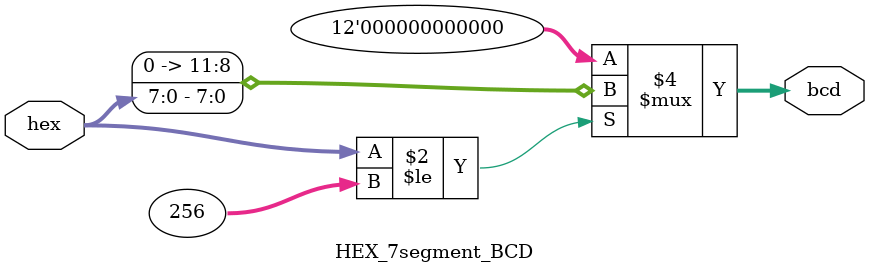
<source format=v>
`timescale 1ns / 1ps


module HEX_7segment_BCD
(
    input [7:0] hex,
    output reg [11:0] bcd 
);

always@*
begin
    bcd = 12'b0;
    
    if(hex<=256)
    begin
        bcd = hex;
    end
end
endmodule

</source>
